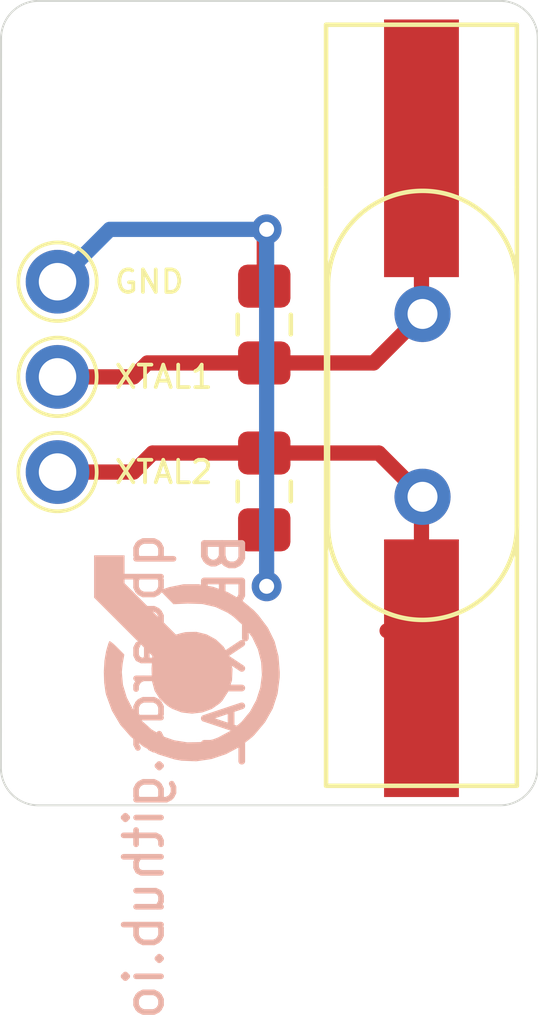
<source format=kicad_pcb>
(kicad_pcb (version 20171130) (host pcbnew "(5.1.2)-1")

  (general
    (thickness 1.2)
    (drawings 13)
    (tracks 26)
    (zones 0)
    (modules 8)
    (nets 4)
  )

  (page A4)
  (title_block
    (title BB-XTAL)
    (rev 1)
    (company QBoards)
    (comment 1 "Crystal with capacitors")
  )

  (layers
    (0 F.Cu signal hide)
    (31 B.Cu signal)
    (32 B.Adhes user hide)
    (33 F.Adhes user hide)
    (34 B.Paste user)
    (35 F.Paste user hide)
    (36 B.SilkS user)
    (37 F.SilkS user hide)
    (38 B.Mask user)
    (39 F.Mask user hide)
    (40 Dwgs.User user hide)
    (41 Cmts.User user hide)
    (42 Eco1.User user hide)
    (43 Eco2.User user hide)
    (44 Edge.Cuts user)
    (45 Margin user hide)
    (46 B.CrtYd user)
    (47 F.CrtYd user hide)
    (48 B.Fab user)
    (49 F.Fab user hide)
  )

  (setup
    (last_trace_width 0.4064)
    (user_trace_width 0.4064)
    (trace_clearance 0.2032)
    (zone_clearance 0.508)
    (zone_45_only no)
    (trace_min 0.1524)
    (via_size 0.8)
    (via_drill 0.4)
    (via_min_size 0.4)
    (via_min_drill 0.3048)
    (uvia_size 0.3)
    (uvia_drill 0.1)
    (uvias_allowed no)
    (uvia_min_size 0.2)
    (uvia_min_drill 0.1)
    (edge_width 0.05)
    (segment_width 0.2)
    (pcb_text_width 0.3)
    (pcb_text_size 1.5 1.5)
    (mod_edge_width 0.12)
    (mod_text_size 1 1)
    (mod_text_width 0.15)
    (pad_size 6.875 2)
    (pad_drill 0)
    (pad_to_mask_clearance 0.051)
    (solder_mask_min_width 0.25)
    (aux_axis_origin 0 0)
    (visible_elements 7FFFFFFF)
    (pcbplotparams
      (layerselection 0x010fc_ffffffff)
      (usegerberextensions false)
      (usegerberattributes false)
      (usegerberadvancedattributes false)
      (creategerberjobfile false)
      (excludeedgelayer true)
      (linewidth 0.100000)
      (plotframeref false)
      (viasonmask false)
      (mode 1)
      (useauxorigin false)
      (hpglpennumber 1)
      (hpglpenspeed 20)
      (hpglpendiameter 15.000000)
      (psnegative false)
      (psa4output false)
      (plotreference true)
      (plotvalue true)
      (plotinvisibletext false)
      (padsonsilk false)
      (subtractmaskfromsilk false)
      (outputformat 1)
      (mirror false)
      (drillshape 1)
      (scaleselection 1)
      (outputdirectory ""))
  )

  (net 0 "")
  (net 1 "Net-(C1-Pad2)")
  (net 2 "Net-(C1-Pad1)")
  (net 3 "Net-(C2-Pad2)")

  (net_class Default "This is the default net class."
    (clearance 0.2032)
    (trace_width 0.2032)
    (via_dia 0.8)
    (via_drill 0.4)
    (uvia_dia 0.3)
    (uvia_drill 0.1)
    (add_net "Net-(C1-Pad1)")
    (add_net "Net-(C1-Pad2)")
    (add_net "Net-(C2-Pad2)")
  )

  (module qboards_aesthetics:logo_url-5mm (layer B.Cu) (tedit 5CF579A7) (tstamp 60123F24)
    (at 173.736 101.854 90)
    (fp_text reference BB_XTAL (at 3.7846 0.9144 -90) (layer B.SilkS)
      (effects (font (size 1 1) (thickness 0.18)) (justify left mirror))
    )
    (fp_text value LOGO_BRD_REF (at 0.0508 -3.5306 -90) (layer B.SilkS) hide
      (effects (font (size 0.6 0.6) (thickness 0.1)) (justify mirror))
    )
    (fp_text user qboards.github.io (at 3.7846 -1.2446 -90) (layer B.SilkS)
      (effects (font (size 1 1) (thickness 0.15)) (justify left mirror))
    )
    (fp_poly (pts (xy 0.418694 2.345421) (xy 0.813124 2.241523) (xy 1.17559 2.063291) (xy 1.515997 1.806582)
      (xy 1.646886 1.682318) (xy 1.917927 1.356335) (xy 2.12526 0.993629) (xy 2.265887 0.606593)
      (xy 2.336815 0.207619) (xy 2.335045 -0.190902) (xy 2.257582 -0.576577) (xy 2.219632 -0.686618)
      (xy 2.172579 -0.810203) (xy 1.991923 -0.632903) (xy 1.811268 -0.455603) (xy 1.829302 -0.078402)
      (xy 1.816633 0.315249) (xy 1.736098 0.666684) (xy 1.584014 0.988905) (xy 1.485432 1.135773)
      (xy 1.222779 1.428353) (xy 0.925153 1.650469) (xy 0.602092 1.803679) (xy 0.263138 1.88954)
      (xy -0.082169 1.909607) (xy -0.424288 1.865439) (xy -0.75368 1.758592) (xy -1.060805 1.590623)
      (xy -1.33612 1.363088) (xy -1.570088 1.077545) (xy -1.753166 0.73555) (xy -1.804801 0.598849)
      (xy -1.876663 0.268651) (xy -1.884142 -0.086329) (xy -1.828903 -0.437903) (xy -1.726352 -0.729366)
      (xy -1.536931 -1.046158) (xy -1.291565 -1.319833) (xy -1.002888 -1.543349) (xy -0.683536 -1.709665)
      (xy -0.346146 -1.81174) (xy -0.003353 -1.842533) (xy 0.2286 -1.818748) (xy 0.461434 -1.774998)
      (xy 0.649891 -1.96128) (xy 0.744427 -2.060768) (xy 0.804599 -2.136008) (xy 0.817454 -2.168457)
      (xy 0.768359 -2.189407) (xy 0.661893 -2.222738) (xy 0.546019 -2.254609) (xy 0.297973 -2.2976)
      (xy 0.009081 -2.314404) (xy -0.28383 -2.30504) (xy -0.54393 -2.269528) (xy -0.609199 -2.254009)
      (xy -1.033237 -2.098391) (xy -1.409008 -1.875679) (xy -1.731601 -1.591501) (xy -1.996109 -1.251486)
      (xy -2.197622 -0.861262) (xy -2.331229 -0.426457) (xy -2.364514 -0.241628) (xy -2.38089 0.153311)
      (xy -2.321011 0.554709) (xy -2.190363 0.946979) (xy -1.994438 1.314535) (xy -1.738723 1.64179)
      (xy -1.68011 1.7018) (xy -1.340212 1.986675) (xy -0.97672 2.191997) (xy -0.582058 2.320853)
      (xy -0.148649 2.376329) (xy -0.0176 2.379133) (xy 0.418694 2.345421)) (layer B.SilkS) (width 0.01))
    (fp_poly (pts (xy 0.373164 1.04838) (xy 0.431525 1.02491) (xy 0.67532 0.875737) (xy 0.867193 0.67017)
      (xy 0.99988 0.423553) (xy 1.066115 0.15123) (xy 1.058634 -0.131455) (xy 1.032975 -0.245388)
      (xy 0.990684 -0.392849) (xy 1.678077 -1.081191) (xy 2.365471 -1.769534) (xy 3.107267 -1.769534)
      (xy 3.107267 -2.573867) (xy 1.984575 -2.573867) (xy 1.207268 -1.795706) (xy 0.42996 -1.017546)
      (xy 0.085863 -1.038867) (xy -0.234488 -1.029938) (xy -0.502315 -0.957362) (xy -0.724979 -0.817351)
      (xy -0.909838 -0.606114) (xy -0.981369 -0.489133) (xy -1.078635 -0.234666) (xy -1.109302 0.039405)
      (xy -1.076535 0.313378) (xy -0.983497 0.567556) (xy -0.833352 0.782239) (xy -0.767115 0.845062)
      (xy -0.507611 1.012129) (xy -0.22186 1.103086) (xy 0.076334 1.11586) (xy 0.373164 1.04838)) (layer B.SilkS) (width 0.01))
  )

  (module qboards_connectors:PinHeader_1x01_P2.54mm_Vertical (layer F.Cu) (tedit 5CFE9927) (tstamp 60123001)
    (at 170.18 96.52)
    (descr "Through hole straight pin header, 1x07, 2.54mm pitch, single row")
    (tags "Through hole pin header THT 1x07 2.54mm single row")
    (path /5CFE7413)
    (fp_text reference J2 (at -0.0508 -1.8288) (layer F.SilkS) hide
      (effects (font (size 0.6 0.6) (thickness 0.1)))
    )
    (fp_text value Conn_01x01_Male (at 0 2.33) (layer B.Fab)
      (effects (font (size 1 1) (thickness 0.15)) (justify mirror))
    )
    (fp_text user %R (at 0.02 0 90) (layer B.Fab)
      (effects (font (size 1 1) (thickness 0.15)) (justify mirror))
    )
    (fp_line (start 1.016 -1.016) (end -1.016 -1.016) (layer F.CrtYd) (width 0.05))
    (fp_line (start 1.016 1.04) (end 1.016 -1.016) (layer F.CrtYd) (width 0.05))
    (fp_line (start -1.012 1.04) (end 1.01 1.04) (layer F.CrtYd) (width 0.05))
    (fp_line (start -1.016 -1.016) (end -1.016 1.04) (layer F.CrtYd) (width 0.05))
    (fp_line (start -1.27 -0.635) (end -0.635 -1.27) (layer B.Fab) (width 0.1))
    (fp_line (start -1.27 1.25) (end -1.27 -0.635) (layer B.Fab) (width 0.1))
    (fp_line (start 1.27 1.26) (end -1.27 1.26) (layer B.Fab) (width 0.1))
    (fp_line (start 1.27 -1.27) (end 1.27 1.26) (layer B.Fab) (width 0.1))
    (fp_line (start -0.635 -1.27) (end 1.27 -1.27) (layer B.Fab) (width 0.1))
    (fp_circle (center 0 0) (end 0.8128 0.6604) (layer F.SilkS) (width 0.1))
    (fp_text user XTAL2 (at 1.4732 0) (layer F.SilkS)
      (effects (font (size 0.6 0.6) (thickness 0.1)) (justify left))
    )
    (fp_line (start 1.27 1.26) (end 1.27 -1.26) (layer B.CrtYd) (width 0.12))
    (fp_line (start 1.27 -1.26) (end -1.27 -1.26) (layer B.CrtYd) (width 0.12))
    (fp_line (start -1.27 -1.26) (end -1.27 1.26) (layer B.CrtYd) (width 0.12))
    (fp_line (start -1.27 1.26) (end 1.27 1.26) (layer B.CrtYd) (width 0.12))
    (pad 1 thru_hole circle (at 0 0) (size 1.7 1.7) (drill 1) (layers *.Cu *.Mask)
      (net 2 "Net-(C1-Pad1)"))
    (model ${KISYS3DMOD}/Connector_PinHeader_2.54mm.3dshapes/PinHeader_1x01_P2.54mm_Vertical.wrl
      (offset (xyz 0 0 -2))
      (scale (xyz 1 1 1))
      (rotate (xyz 0 180 0))
    )
  )

  (module qboards_connectors:PinHeader_1x01_P2.54mm_Vertical (layer F.Cu) (tedit 5CFE9927) (tstamp 60122FEC)
    (at 170.18 93.98)
    (descr "Through hole straight pin header, 1x07, 2.54mm pitch, single row")
    (tags "Through hole pin header THT 1x07 2.54mm single row")
    (path /5CFE6FB9)
    (fp_text reference J1 (at -0.0508 -1.8288) (layer F.SilkS) hide
      (effects (font (size 0.6 0.6) (thickness 0.1)))
    )
    (fp_text value Conn_01x01_Male (at 0 2.33) (layer B.Fab)
      (effects (font (size 1 1) (thickness 0.15)) (justify mirror))
    )
    (fp_text user %R (at 0.02 0 90) (layer B.Fab)
      (effects (font (size 1 1) (thickness 0.15)) (justify mirror))
    )
    (fp_line (start 1.016 -1.016) (end -1.016 -1.016) (layer F.CrtYd) (width 0.05))
    (fp_line (start 1.016 1.04) (end 1.016 -1.016) (layer F.CrtYd) (width 0.05))
    (fp_line (start -1.012 1.04) (end 1.01 1.04) (layer F.CrtYd) (width 0.05))
    (fp_line (start -1.016 -1.016) (end -1.016 1.04) (layer F.CrtYd) (width 0.05))
    (fp_line (start -1.27 -0.635) (end -0.635 -1.27) (layer B.Fab) (width 0.1))
    (fp_line (start -1.27 1.25) (end -1.27 -0.635) (layer B.Fab) (width 0.1))
    (fp_line (start 1.27 1.26) (end -1.27 1.26) (layer B.Fab) (width 0.1))
    (fp_line (start 1.27 -1.27) (end 1.27 1.26) (layer B.Fab) (width 0.1))
    (fp_line (start -0.635 -1.27) (end 1.27 -1.27) (layer B.Fab) (width 0.1))
    (fp_circle (center 0 0) (end 0.8128 0.6604) (layer F.SilkS) (width 0.1))
    (fp_text user XTAL1 (at 1.4732 0) (layer F.SilkS)
      (effects (font (size 0.6 0.6) (thickness 0.1)) (justify left))
    )
    (fp_line (start 1.27 1.26) (end 1.27 -1.26) (layer B.CrtYd) (width 0.12))
    (fp_line (start 1.27 -1.26) (end -1.27 -1.26) (layer B.CrtYd) (width 0.12))
    (fp_line (start -1.27 -1.26) (end -1.27 1.26) (layer B.CrtYd) (width 0.12))
    (fp_line (start -1.27 1.26) (end 1.27 1.26) (layer B.CrtYd) (width 0.12))
    (pad 1 thru_hole circle (at 0 0) (size 1.7 1.7) (drill 1) (layers *.Cu *.Mask)
      (net 3 "Net-(C2-Pad2)"))
    (model ${KISYS3DMOD}/Connector_PinHeader_2.54mm.3dshapes/PinHeader_1x01_P2.54mm_Vertical.wrl
      (offset (xyz 0 0 -2))
      (scale (xyz 1 1 1))
      (rotate (xyz 0 180 0))
    )
  )

  (module Crystal:Crystal_SMD_HC49-SD_HandSoldering (layer F.Cu) (tedit 6011DBC7) (tstamp 601231B4)
    (at 179.9056 94.8176 90)
    (descr "SMD Crystal HC-49-SD http://cdn-reichelt.de/documents/datenblatt/B400/xxx-HC49-SMD.pdf, hand-soldering, 11.4x4.7mm^2 package")
    (tags "SMD SMT crystal hand-soldering")
    (path /6012210D)
    (attr smd)
    (fp_text reference Y2 (at 0 -3.55 90) (layer F.SilkS) hide
      (effects (font (size 1 1) (thickness 0.15)))
    )
    (fp_text value Crystal (at 0 3.55 90) (layer F.Fab)
      (effects (font (size 1 1) (thickness 0.15)))
    )
    (fp_arc (start 3.015 0) (end 3.015 -2.115) (angle 180) (layer F.Fab) (width 0.1))
    (fp_arc (start -3.015 0) (end -3.015 -2.115) (angle -180) (layer F.Fab) (width 0.1))
    (fp_line (start 10.2 -2.6) (end -10.2 -2.6) (layer F.CrtYd) (width 0.05))
    (fp_line (start 10.2 2.6) (end 10.2 -2.6) (layer F.CrtYd) (width 0.05))
    (fp_line (start -10.2 2.6) (end 10.2 2.6) (layer F.CrtYd) (width 0.05))
    (fp_line (start -10.2 -2.6) (end -10.2 2.6) (layer F.CrtYd) (width 0.05))
    (fp_line (start -10.075 2.55) (end 5.9 2.55) (layer F.SilkS) (width 0.12))
    (fp_line (start -10.075 -2.55) (end -10.075 2.55) (layer F.SilkS) (width 0.12))
    (fp_line (start 5.9 -2.55) (end -10.075 -2.55) (layer F.SilkS) (width 0.12))
    (fp_line (start -3.015 2.115) (end 3.015 2.115) (layer F.Fab) (width 0.1))
    (fp_line (start -3.015 -2.115) (end 3.015 -2.115) (layer F.Fab) (width 0.1))
    (fp_line (start 5.7 -2.35) (end -5.7 -2.35) (layer F.Fab) (width 0.1))
    (fp_line (start 5.7 2.35) (end 5.7 -2.35) (layer F.Fab) (width 0.1))
    (fp_line (start -5.7 2.35) (end 5.7 2.35) (layer F.Fab) (width 0.1))
    (fp_line (start -5.7 -2.35) (end -5.7 2.35) (layer F.Fab) (width 0.1))
    (fp_text user %R (at 0 0 90) (layer F.Fab)
      (effects (font (size 1 1) (thickness 0.15)))
    )
    (pad 2 smd rect (at 6.9375 0 90) (size 6.875 2) (layers F.Cu F.Paste F.Mask)
      (net 3 "Net-(C2-Pad2)"))
    (pad 1 smd rect (at -6.9375 0 90) (size 6.875 2) (layers F.Cu F.Paste F.Mask)
      (net 2 "Net-(C1-Pad1)"))
    (model ${KISYS3DMOD}/Crystal.3dshapes/Crystal_SMD_HC49-SD.wrl
      (at (xyz 0 0 0))
      (scale (xyz 1 1 1))
      (rotate (xyz 0 0 0))
    )
  )

  (module Crystal:Crystal_HC49-4H_Vertical (layer F.Cu) (tedit 5A1AD3B7) (tstamp 60122B6F)
    (at 179.9336 97.1804 90)
    (descr "Crystal THT HC-49-4H http://5hertz.com/pdfs/04404_D.pdf")
    (tags "THT crystalHC-49-4H")
    (path /6011DB14)
    (fp_text reference Y1 (at 2.44 -3.525 90) (layer F.SilkS) hide
      (effects (font (size 1 1) (thickness 0.15)))
    )
    (fp_text value Crystal (at 2.44 3.525 90) (layer F.Fab)
      (effects (font (size 1 1) (thickness 0.15)))
    )
    (fp_arc (start 5.64 0) (end 5.64 -2.525) (angle 180) (layer F.SilkS) (width 0.12))
    (fp_arc (start -0.76 0) (end -0.76 -2.525) (angle -180) (layer F.SilkS) (width 0.12))
    (fp_arc (start 5.44 0) (end 5.44 -2) (angle 180) (layer F.Fab) (width 0.1))
    (fp_arc (start -0.56 0) (end -0.56 -2) (angle -180) (layer F.Fab) (width 0.1))
    (fp_arc (start 5.64 0) (end 5.64 -2.325) (angle 180) (layer F.Fab) (width 0.1))
    (fp_arc (start -0.76 0) (end -0.76 -2.325) (angle -180) (layer F.Fab) (width 0.1))
    (fp_line (start 8.5 -2.8) (end -3.6 -2.8) (layer F.CrtYd) (width 0.05))
    (fp_line (start 8.5 2.8) (end 8.5 -2.8) (layer F.CrtYd) (width 0.05))
    (fp_line (start -3.6 2.8) (end 8.5 2.8) (layer F.CrtYd) (width 0.05))
    (fp_line (start -3.6 -2.8) (end -3.6 2.8) (layer F.CrtYd) (width 0.05))
    (fp_line (start -0.76 2.525) (end 5.64 2.525) (layer F.SilkS) (width 0.12))
    (fp_line (start -0.76 -2.525) (end 5.64 -2.525) (layer F.SilkS) (width 0.12))
    (fp_line (start -0.56 2) (end 5.44 2) (layer F.Fab) (width 0.1))
    (fp_line (start -0.56 -2) (end 5.44 -2) (layer F.Fab) (width 0.1))
    (fp_line (start -0.76 2.325) (end 5.64 2.325) (layer F.Fab) (width 0.1))
    (fp_line (start -0.76 -2.325) (end 5.64 -2.325) (layer F.Fab) (width 0.1))
    (fp_text user %R (at 2.44 0 90) (layer F.Fab)
      (effects (font (size 1 1) (thickness 0.15)))
    )
    (pad 2 thru_hole circle (at 4.88 0 90) (size 1.5 1.5) (drill 0.8) (layers *.Cu *.Mask)
      (net 3 "Net-(C2-Pad2)"))
    (pad 1 thru_hole circle (at 0 0 90) (size 1.5 1.5) (drill 0.8) (layers *.Cu *.Mask)
      (net 2 "Net-(C1-Pad1)"))
    (model ${KISYS3DMOD}/Crystal.3dshapes/Crystal_HC49-4H_Vertical.wrl
      (at (xyz 0 0 0))
      (scale (xyz 1 1 1))
      (rotate (xyz 0 0 0))
    )
  )

  (module qboards_connectors:PinHeader_1x01_P2.54mm_Vertical (layer F.Cu) (tedit 5CFE9927) (tstamp 60122B58)
    (at 170.18 91.44)
    (descr "Through hole straight pin header, 1x07, 2.54mm pitch, single row")
    (tags "Through hole pin header THT 1x07 2.54mm single row")
    (path /6011F9D3)
    (fp_text reference J3 (at -0.0508 -1.8288) (layer F.SilkS) hide
      (effects (font (size 0.6 0.6) (thickness 0.1)))
    )
    (fp_text value Conn_01x01_Male (at 0 2.33) (layer B.Fab)
      (effects (font (size 1 1) (thickness 0.15)) (justify mirror))
    )
    (fp_text user %R (at 0.02 0 90) (layer B.Fab)
      (effects (font (size 1 1) (thickness 0.15)) (justify mirror))
    )
    (fp_line (start 1.016 -1.016) (end -1.016 -1.016) (layer F.CrtYd) (width 0.05))
    (fp_line (start 1.016 1.04) (end 1.016 -1.016) (layer F.CrtYd) (width 0.05))
    (fp_line (start -1.012 1.04) (end 1.01 1.04) (layer F.CrtYd) (width 0.05))
    (fp_line (start -1.016 -1.016) (end -1.016 1.04) (layer F.CrtYd) (width 0.05))
    (fp_line (start -1.27 -0.635) (end -0.635 -1.27) (layer B.Fab) (width 0.1))
    (fp_line (start -1.27 1.25) (end -1.27 -0.635) (layer B.Fab) (width 0.1))
    (fp_line (start 1.27 1.26) (end -1.27 1.26) (layer B.Fab) (width 0.1))
    (fp_line (start 1.27 -1.27) (end 1.27 1.26) (layer B.Fab) (width 0.1))
    (fp_line (start -0.635 -1.27) (end 1.27 -1.27) (layer B.Fab) (width 0.1))
    (fp_circle (center 0 0) (end 0.8128 0.6604) (layer F.SilkS) (width 0.1))
    (fp_text user GND (at 1.4732 0) (layer F.SilkS)
      (effects (font (size 0.6 0.6) (thickness 0.1)) (justify left))
    )
    (fp_line (start 1.27 1.26) (end 1.27 -1.26) (layer B.CrtYd) (width 0.12))
    (fp_line (start 1.27 -1.26) (end -1.27 -1.26) (layer B.CrtYd) (width 0.12))
    (fp_line (start -1.27 -1.26) (end -1.27 1.26) (layer B.CrtYd) (width 0.12))
    (fp_line (start -1.27 1.26) (end 1.27 1.26) (layer B.CrtYd) (width 0.12))
    (pad 1 thru_hole circle (at 0 0) (size 1.7 1.7) (drill 1) (layers *.Cu *.Mask)
      (net 1 "Net-(C1-Pad2)"))
    (model ${KISYS3DMOD}/Connector_PinHeader_2.54mm.3dshapes/PinHeader_1x01_P2.54mm_Vertical.wrl
      (offset (xyz 0 0 -2))
      (scale (xyz 1 1 1))
      (rotate (xyz 0 180 0))
    )
  )

  (module Capacitor_SMD:C_0805_2012Metric_Pad1.15x1.40mm_HandSolder (layer F.Cu) (tedit 5B36C52B) (tstamp 60122AF3)
    (at 175.7045 92.583 270)
    (descr "Capacitor SMD 0805 (2012 Metric), square (rectangular) end terminal, IPC_7351 nominal with elongated pad for handsoldering. (Body size source: https://docs.google.com/spreadsheets/d/1BsfQQcO9C6DZCsRaXUlFlo91Tg2WpOkGARC1WS5S8t0/edit?usp=sharing), generated with kicad-footprint-generator")
    (tags "capacitor handsolder")
    (path /6011F362)
    (attr smd)
    (fp_text reference C2 (at 0 -1.65 90) (layer F.SilkS) hide
      (effects (font (size 1 1) (thickness 0.15)))
    )
    (fp_text value C (at 0 1.65 90) (layer F.Fab)
      (effects (font (size 1 1) (thickness 0.15)))
    )
    (fp_text user %R (at 0 0 90) (layer F.Fab)
      (effects (font (size 0.5 0.5) (thickness 0.08)))
    )
    (fp_line (start 1.85 0.95) (end -1.85 0.95) (layer F.CrtYd) (width 0.05))
    (fp_line (start 1.85 -0.95) (end 1.85 0.95) (layer F.CrtYd) (width 0.05))
    (fp_line (start -1.85 -0.95) (end 1.85 -0.95) (layer F.CrtYd) (width 0.05))
    (fp_line (start -1.85 0.95) (end -1.85 -0.95) (layer F.CrtYd) (width 0.05))
    (fp_line (start -0.261252 0.71) (end 0.261252 0.71) (layer F.SilkS) (width 0.12))
    (fp_line (start -0.261252 -0.71) (end 0.261252 -0.71) (layer F.SilkS) (width 0.12))
    (fp_line (start 1 0.6) (end -1 0.6) (layer F.Fab) (width 0.1))
    (fp_line (start 1 -0.6) (end 1 0.6) (layer F.Fab) (width 0.1))
    (fp_line (start -1 -0.6) (end 1 -0.6) (layer F.Fab) (width 0.1))
    (fp_line (start -1 0.6) (end -1 -0.6) (layer F.Fab) (width 0.1))
    (pad 2 smd roundrect (at 1.025 0 270) (size 1.15 1.4) (layers F.Cu F.Paste F.Mask) (roundrect_rratio 0.217391)
      (net 3 "Net-(C2-Pad2)"))
    (pad 1 smd roundrect (at -1.025 0 270) (size 1.15 1.4) (layers F.Cu F.Paste F.Mask) (roundrect_rratio 0.217391)
      (net 1 "Net-(C1-Pad2)"))
    (model ${KISYS3DMOD}/Capacitor_SMD.3dshapes/C_0805_2012Metric.wrl
      (at (xyz 0 0 0))
      (scale (xyz 1 1 1))
      (rotate (xyz 0 0 0))
    )
  )

  (module Capacitor_SMD:C_0805_2012Metric_Pad1.15x1.40mm_HandSolder (layer F.Cu) (tedit 5B36C52B) (tstamp 60122AE2)
    (at 175.7045 97.037 270)
    (descr "Capacitor SMD 0805 (2012 Metric), square (rectangular) end terminal, IPC_7351 nominal with elongated pad for handsoldering. (Body size source: https://docs.google.com/spreadsheets/d/1BsfQQcO9C6DZCsRaXUlFlo91Tg2WpOkGARC1WS5S8t0/edit?usp=sharing), generated with kicad-footprint-generator")
    (tags "capacitor handsolder")
    (path /6011EF15)
    (attr smd)
    (fp_text reference C1 (at 0 -1.65 90) (layer F.SilkS) hide
      (effects (font (size 1 1) (thickness 0.15)))
    )
    (fp_text value C (at 0 1.65 90) (layer F.Fab)
      (effects (font (size 1 1) (thickness 0.15)))
    )
    (fp_text user %R (at 0 0 90) (layer F.Fab)
      (effects (font (size 0.5 0.5) (thickness 0.08)))
    )
    (fp_line (start 1.85 0.95) (end -1.85 0.95) (layer F.CrtYd) (width 0.05))
    (fp_line (start 1.85 -0.95) (end 1.85 0.95) (layer F.CrtYd) (width 0.05))
    (fp_line (start -1.85 -0.95) (end 1.85 -0.95) (layer F.CrtYd) (width 0.05))
    (fp_line (start -1.85 0.95) (end -1.85 -0.95) (layer F.CrtYd) (width 0.05))
    (fp_line (start -0.261252 0.71) (end 0.261252 0.71) (layer F.SilkS) (width 0.12))
    (fp_line (start -0.261252 -0.71) (end 0.261252 -0.71) (layer F.SilkS) (width 0.12))
    (fp_line (start 1 0.6) (end -1 0.6) (layer F.Fab) (width 0.1))
    (fp_line (start 1 -0.6) (end 1 0.6) (layer F.Fab) (width 0.1))
    (fp_line (start -1 -0.6) (end 1 -0.6) (layer F.Fab) (width 0.1))
    (fp_line (start -1 0.6) (end -1 -0.6) (layer F.Fab) (width 0.1))
    (pad 2 smd roundrect (at 1.025 0 270) (size 1.15 1.4) (layers F.Cu F.Paste F.Mask) (roundrect_rratio 0.217391)
      (net 1 "Net-(C1-Pad2)"))
    (pad 1 smd roundrect (at -1.025 0 270) (size 1.15 1.4) (layers F.Cu F.Paste F.Mask) (roundrect_rratio 0.217391)
      (net 2 "Net-(C1-Pad1)"))
    (model ${KISYS3DMOD}/Capacitor_SMD.3dshapes/C_0805_2012Metric.wrl
      (at (xyz 0 0 0))
      (scale (xyz 1 1 1))
      (rotate (xyz 0 0 0))
    )
  )

  (gr_line (start 177.3556 84.582) (end 177.419 84.582) (layer F.SilkS) (width 0.12) (tstamp 60123A3E))
  (gr_line (start 177.3556 88.9176) (end 177.3556 84.582) (layer F.SilkS) (width 0.12))
  (gr_line (start 182.4556 84.582) (end 177.419 84.582) (layer F.SilkS) (width 0.12))
  (gr_line (start 182.4556 88.9176) (end 182.4556 84.582) (layer F.SilkS) (width 0.12))
  (gr_line (start 169.668 105.414) (end 182.007 105.414) (layer Edge.Cuts) (width 0.05) (tstamp 601235AC))
  (gr_line (start 181.991 83.947) (end 169.672 83.947) (layer Edge.Cuts) (width 0.05) (tstamp 601235AB))
  (gr_line (start 181.991 83.947) (end 182.011 83.947) (layer Edge.Cuts) (width 0.05) (tstamp 601235AA))
  (gr_arc (start 169.668 104.414) (end 168.668 104.414) (angle -90) (layer Edge.Cuts) (width 0.05) (tstamp 6012359F))
  (gr_line (start 168.672 84.947) (end 168.668 104.414) (layer Edge.Cuts) (width 0.05) (tstamp 6012359E))
  (gr_arc (start 169.672 84.947) (end 169.672 83.947) (angle -90) (layer Edge.Cuts) (width 0.05) (tstamp 6012359D))
  (gr_line (start 183.007 104.414) (end 183.011 84.947) (layer Edge.Cuts) (width 0.05))
  (gr_arc (start 182.011 84.947) (end 183.011 84.947) (angle -90) (layer Edge.Cuts) (width 0.05) (tstamp 60123573))
  (gr_arc (start 182.007 104.414) (end 182.007 105.414) (angle -90) (layer Edge.Cuts) (width 0.05) (tstamp 601234AC))

  (segment (start 170.7515 91.44) (end 170.18 91.44) (width 0.4064) (layer B.Cu) (net 1))
  (via (at 175.768 90.043) (size 0.8) (drill 0.4) (layers F.Cu B.Cu) (net 1))
  (segment (start 175.7045 91.558) (end 175.7045 90.1065) (width 0.4064) (layer F.Cu) (net 1))
  (segment (start 175.7045 90.1065) (end 175.768 90.043) (width 0.4064) (layer F.Cu) (net 1))
  (via (at 175.768 99.568) (size 0.8) (drill 0.4) (layers F.Cu B.Cu) (net 1))
  (segment (start 175.768 90.043) (end 175.768 99.568) (width 0.4064) (layer B.Cu) (net 1))
  (segment (start 175.768 98.1255) (end 175.7045 98.062) (width 0.4064) (layer F.Cu) (net 1))
  (segment (start 175.768 99.568) (end 175.768 98.1255) (width 0.4064) (layer F.Cu) (net 1))
  (segment (start 171.577 90.043) (end 170.18 91.44) (width 0.4064) (layer B.Cu) (net 1))
  (segment (start 175.768 90.043) (end 171.577 90.043) (width 0.4064) (layer B.Cu) (net 1))
  (segment (start 179.9056 97.2084) (end 179.9336 97.1804) (width 0.4064) (layer F.Cu) (net 2))
  (segment (start 179.9056 100.7551) (end 179.9056 97.2084) (width 0.4064) (layer F.Cu) (net 2))
  (segment (start 179.9056 100.7551) (end 178.9871 100.7551) (width 0.4064) (layer F.Cu) (net 2))
  (segment (start 178.7652 96.012) (end 179.9336 97.1804) (width 0.4064) (layer F.Cu) (net 2))
  (segment (start 175.7045 96.012) (end 178.7652 96.012) (width 0.4064) (layer F.Cu) (net 2))
  (segment (start 172.212 96.52) (end 170.18 96.52) (width 0.4064) (layer F.Cu) (net 2))
  (segment (start 175.7045 96.012) (end 172.72 96.012) (width 0.4064) (layer F.Cu) (net 2))
  (segment (start 172.72 96.012) (end 172.212 96.52) (width 0.4064) (layer F.Cu) (net 2))
  (segment (start 179.9056 92.2724) (end 179.9336 92.3004) (width 0.4064) (layer F.Cu) (net 3))
  (segment (start 179.9056 88.8801) (end 179.9056 92.2724) (width 0.4064) (layer F.Cu) (net 3))
  (segment (start 170.18 93.98) (end 170.316 94.116) (width 0.4064) (layer F.Cu) (net 3))
  (segment (start 178.626 93.608) (end 179.9336 92.3004) (width 0.4064) (layer F.Cu) (net 3))
  (segment (start 175.7045 93.608) (end 178.626 93.608) (width 0.4064) (layer F.Cu) (net 3))
  (segment (start 172.212 93.98) (end 170.18 93.98) (width 0.4064) (layer F.Cu) (net 3))
  (segment (start 175.7045 93.608) (end 172.584 93.608) (width 0.4064) (layer F.Cu) (net 3))
  (segment (start 172.584 93.608) (end 172.212 93.98) (width 0.4064) (layer F.Cu) (net 3))

)

</source>
